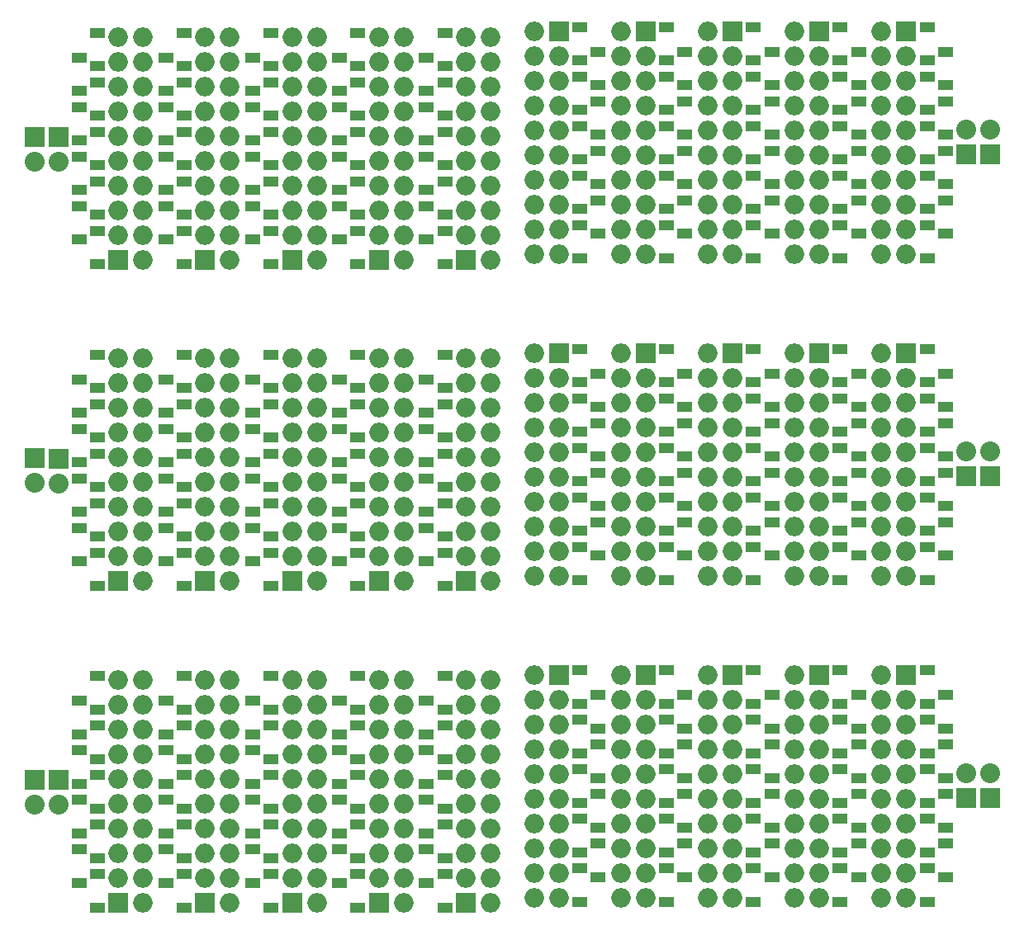
<source format=gts>
%MOIN*%
%OFA0B0*%
%FSLAX46Y46*%
%IPPOS*%
%LPD*%
%ADD10C,0.0019685039370078744*%
%ADD11O,0.07874015748031496X0.07874015748031496*%
%ADD12R,0.07874015748031496X0.07874015748031496*%
%ADD13O,0.08X0.08*%
%ADD14R,0.08X0.08*%
%ADD15R,0.062992125984251982X0.03937007874015748*%
%ADD26C,0.0019685039370078744*%
%ADD27O,0.07874015748031496X0.07874015748031496*%
%ADD28R,0.07874015748031496X0.07874015748031496*%
%ADD29O,0.08X0.08*%
%ADD30R,0.08X0.08*%
%ADD31R,0.062992125984251982X0.03937007874015748*%
%ADD42C,0.0019685039370078744*%
%ADD43O,0.07874015748031496X0.07874015748031496*%
%ADD44R,0.07874015748031496X0.07874015748031496*%
%ADD45O,0.08X0.08*%
%ADD46R,0.08X0.08*%
%ADD47R,0.062992125984251982X0.03937007874015748*%
%ADD58C,0.0019685039370078744*%
%ADD59O,0.07874015748031496X0.07874015748031496*%
%ADD60R,0.07874015748031496X0.07874015748031496*%
%ADD61O,0.08X0.08*%
%ADD62R,0.08X0.08*%
%ADD63R,0.062992125984251982X0.03937007874015748*%
%ADD74C,0.0019685039370078744*%
%ADD75O,0.07874015748031496X0.07874015748031496*%
%ADD76R,0.07874015748031496X0.07874015748031496*%
%ADD77O,0.08X0.08*%
%ADD78R,0.08X0.08*%
%ADD79R,0.062992125984251982X0.03937007874015748*%
%ADD90C,0.0019685039370078744*%
%ADD91O,0.07874015748031496X0.07874015748031496*%
%ADD92R,0.07874015748031496X0.07874015748031496*%
%ADD93O,0.08X0.08*%
%ADD94R,0.08X0.08*%
%ADD95R,0.062992125984251982X0.03937007874015748*%
%LPD*%
G01*
D10*
D11*
X0003937007Y0002125984D02*
X0002056861Y0001568435D03*
X0002156861Y0001568435D03*
X0002056861Y0001668435D03*
X0002156861Y0001668435D03*
X0002056861Y0001768435D03*
X0002156861Y0001768435D03*
X0002056861Y0001868435D03*
X0002156861Y0001868435D03*
X0002056861Y0001968435D03*
X0002156861Y0001968435D03*
X0002056861Y0002068435D03*
X0002156861Y0002068435D03*
X0002056861Y0002168435D03*
X0002156861Y0002168435D03*
X0002056861Y0002268435D03*
X0002156861Y0002268435D03*
X0002056861Y0002368435D03*
X0002156861Y0002368435D03*
X0002056861Y0002468435D03*
D12*
X0002156861Y0002468435D03*
D13*
X0003897637Y0002071689D03*
D14*
X0003897637Y0001971690D03*
X0003799816Y0001972083D03*
D13*
X0003799816Y0002072083D03*
D11*
X0002407255Y0001568435D03*
X0002507255Y0001568435D03*
X0002407255Y0001668435D03*
X0002507255Y0001668435D03*
X0002407255Y0001768435D03*
X0002507255Y0001768435D03*
X0002407255Y0001868435D03*
X0002507255Y0001868435D03*
X0002407255Y0001968435D03*
X0002507255Y0001968435D03*
X0002407255Y0002068435D03*
X0002507255Y0002068435D03*
X0002407255Y0002168435D03*
X0002507255Y0002168435D03*
X0002407255Y0002268435D03*
X0002507255Y0002268435D03*
X0002407255Y0002368435D03*
X0002507255Y0002368435D03*
X0002407255Y0002468435D03*
D12*
X0002507255Y0002468435D03*
D11*
X0002757649Y0001568435D03*
X0002857649Y0001568435D03*
X0002757649Y0001668435D03*
X0002857649Y0001668435D03*
X0002757649Y0001768435D03*
X0002857649Y0001768435D03*
X0002757649Y0001868435D03*
X0002857649Y0001868435D03*
X0002757649Y0001968435D03*
X0002857649Y0001968435D03*
X0002757649Y0002068435D03*
X0002857649Y0002068435D03*
X0002757649Y0002168435D03*
X0002857649Y0002168435D03*
X0002757649Y0002268435D03*
X0002857649Y0002268435D03*
X0002757649Y0002368435D03*
X0002857649Y0002368435D03*
X0002757649Y0002468435D03*
D12*
X0002857649Y0002468435D03*
D11*
X0003108041Y0001568435D03*
X0003208042Y0001568435D03*
X0003108041Y0001668435D03*
X0003208042Y0001668435D03*
X0003108041Y0001768435D03*
X0003208042Y0001768435D03*
X0003108041Y0001868435D03*
X0003208042Y0001868435D03*
X0003108041Y0001968435D03*
X0003208042Y0001968435D03*
X0003108041Y0002068435D03*
X0003208042Y0002068435D03*
X0003108041Y0002168435D03*
X0003208042Y0002168435D03*
X0003108041Y0002268435D03*
X0003208042Y0002268435D03*
X0003108041Y0002368435D03*
X0003208042Y0002368435D03*
X0003108041Y0002468435D03*
D12*
X0003208042Y0002468435D03*
D15*
X0002240995Y0001952450D03*
X0002240995Y0002086309D03*
X0002591389Y0001952450D03*
X0002591389Y0002086309D03*
X0002941782Y0001952450D03*
X0002941782Y0002086309D03*
X0003292176Y0001952450D03*
X0003292176Y0002086309D03*
X0002315247Y0002186309D03*
X0002315247Y0002052450D03*
X0002665641Y0002186309D03*
X0002665641Y0002052450D03*
X0003016034Y0002186309D03*
X0003016034Y0002052450D03*
X0003366428Y0002186309D03*
X0003366428Y0002052450D03*
X0002315247Y0001786309D03*
X0002315247Y0001652450D03*
X0002665641Y0001786309D03*
X0002665641Y0001652450D03*
X0003016034Y0001786309D03*
X0003016034Y0001652450D03*
X0003366428Y0001786309D03*
X0003366428Y0001652450D03*
X0002240995Y0001552450D03*
X0002240995Y0001686309D03*
X0002591389Y0001552450D03*
X0002591389Y0001686309D03*
X0002941782Y0001552450D03*
X0002941782Y0001686309D03*
X0003292176Y0001552450D03*
X0003292176Y0001686309D03*
X0002315247Y0001852450D03*
X0002315247Y0001986309D03*
X0002665641Y0001852450D03*
X0002665641Y0001986309D03*
X0003016034Y0001852450D03*
X0003016034Y0001986309D03*
X0003366428Y0001852450D03*
X0003366428Y0001986309D03*
X0002240995Y0002286309D03*
X0002240995Y0002152450D03*
X0002591389Y0002286309D03*
X0002591389Y0002152450D03*
X0002941782Y0002286309D03*
X0002941782Y0002152450D03*
X0003292176Y0002286309D03*
X0003292176Y0002152450D03*
X0002240995Y0001886309D03*
X0002240995Y0001752450D03*
X0002591389Y0001886309D03*
X0002591389Y0001752450D03*
X0002941782Y0001886309D03*
X0002941782Y0001752450D03*
X0003292176Y0001886309D03*
X0003292176Y0001752450D03*
X0002315247Y0002252450D03*
X0002315247Y0002386309D03*
X0002665641Y0002252450D03*
X0002665641Y0002386309D03*
X0003016034Y0002252450D03*
X0003016034Y0002386309D03*
X0003366428Y0002252450D03*
X0003366428Y0002386309D03*
X0002240995Y0002352450D03*
X0002240995Y0002486309D03*
X0002591389Y0002352450D03*
X0002591389Y0002486309D03*
X0002941782Y0002352450D03*
X0002941782Y0002486309D03*
X0003292176Y0002352450D03*
X0003292176Y0002486309D03*
D12*
X0003558436Y0002468435D03*
D11*
X0003458436Y0002468435D03*
X0003558436Y0002368435D03*
X0003458436Y0002368435D03*
X0003558436Y0002268435D03*
X0003458436Y0002268435D03*
X0003558436Y0002168435D03*
X0003458436Y0002168435D03*
X0003558436Y0002068435D03*
X0003458436Y0002068435D03*
X0003558436Y0001968435D03*
X0003458436Y0001968435D03*
X0003558436Y0001868435D03*
X0003458436Y0001868435D03*
X0003558436Y0001768435D03*
X0003458436Y0001768435D03*
X0003558436Y0001668435D03*
X0003458436Y0001668435D03*
X0003558436Y0001568435D03*
X0003458436Y0001568435D03*
D15*
X0003642570Y0002086309D03*
X0003642570Y0001952450D03*
X0003642570Y0002152450D03*
X0003642570Y0002286309D03*
X0003716822Y0001986309D03*
X0003716822Y0001852450D03*
X0003642570Y0001752450D03*
X0003642570Y0001886309D03*
X0003716822Y0001652450D03*
X0003716822Y0001786309D03*
X0003642570Y0001686309D03*
X0003642570Y0001552450D03*
X0003716822Y0002386309D03*
X0003716822Y0002252450D03*
X0003716822Y0002052450D03*
X0003716822Y0002186309D03*
X0003642570Y0002486309D03*
X0003642570Y0002352450D03*
G01*
D26*
D27*
X0003937007Y0003425196D02*
X0002056861Y0002867647D03*
X0002156861Y0002867647D03*
X0002056861Y0002967647D03*
X0002156861Y0002967647D03*
X0002056861Y0003067647D03*
X0002156861Y0003067647D03*
X0002056861Y0003167647D03*
X0002156861Y0003167647D03*
X0002056861Y0003267646D03*
X0002156861Y0003267646D03*
X0002056861Y0003367647D03*
X0002156861Y0003367647D03*
X0002056861Y0003467647D03*
X0002156861Y0003467647D03*
X0002056861Y0003567647D03*
X0002156861Y0003567647D03*
X0002056861Y0003667646D03*
X0002156861Y0003667646D03*
X0002056861Y0003767647D03*
D28*
X0002156861Y0003767647D03*
D29*
X0003897637Y0003370901D03*
D30*
X0003897637Y0003270902D03*
X0003799816Y0003271296D03*
D29*
X0003799816Y0003371296D03*
D27*
X0002407255Y0002867647D03*
X0002507255Y0002867647D03*
X0002407255Y0002967647D03*
X0002507255Y0002967647D03*
X0002407255Y0003067647D03*
X0002507255Y0003067647D03*
X0002407255Y0003167647D03*
X0002507255Y0003167647D03*
X0002407255Y0003267646D03*
X0002507255Y0003267646D03*
X0002407255Y0003367647D03*
X0002507255Y0003367647D03*
X0002407255Y0003467647D03*
X0002507255Y0003467647D03*
X0002407255Y0003567647D03*
X0002507255Y0003567647D03*
X0002407255Y0003667646D03*
X0002507255Y0003667646D03*
X0002407255Y0003767647D03*
D28*
X0002507255Y0003767647D03*
D27*
X0002757649Y0002867647D03*
X0002857649Y0002867647D03*
X0002757649Y0002967647D03*
X0002857649Y0002967647D03*
X0002757649Y0003067647D03*
X0002857649Y0003067647D03*
X0002757649Y0003167647D03*
X0002857649Y0003167647D03*
X0002757649Y0003267646D03*
X0002857649Y0003267646D03*
X0002757649Y0003367647D03*
X0002857649Y0003367647D03*
X0002757649Y0003467647D03*
X0002857649Y0003467647D03*
X0002757649Y0003567647D03*
X0002857649Y0003567647D03*
X0002757649Y0003667646D03*
X0002857649Y0003667646D03*
X0002757649Y0003767647D03*
D28*
X0002857649Y0003767647D03*
D27*
X0003108041Y0002867647D03*
X0003208042Y0002867647D03*
X0003108041Y0002967647D03*
X0003208042Y0002967647D03*
X0003108041Y0003067647D03*
X0003208042Y0003067647D03*
X0003108041Y0003167647D03*
X0003208042Y0003167647D03*
X0003108041Y0003267646D03*
X0003208042Y0003267646D03*
X0003108041Y0003367647D03*
X0003208042Y0003367647D03*
X0003108041Y0003467647D03*
X0003208042Y0003467647D03*
X0003108041Y0003567647D03*
X0003208042Y0003567647D03*
X0003108041Y0003667646D03*
X0003208042Y0003667646D03*
X0003108041Y0003767647D03*
D28*
X0003208042Y0003767647D03*
D31*
X0002240995Y0003251663D03*
X0002240995Y0003385521D03*
X0002591389Y0003251663D03*
X0002591389Y0003385521D03*
X0002941782Y0003251663D03*
X0002941782Y0003385521D03*
X0003292176Y0003251663D03*
X0003292176Y0003385521D03*
X0002315247Y0003485521D03*
X0002315247Y0003351662D03*
X0002665641Y0003485521D03*
X0002665641Y0003351662D03*
X0003016034Y0003485521D03*
X0003016034Y0003351662D03*
X0003366428Y0003485521D03*
X0003366428Y0003351662D03*
X0002315247Y0003085521D03*
X0002315247Y0002951662D03*
X0002665641Y0003085521D03*
X0002665641Y0002951662D03*
X0003016034Y0003085521D03*
X0003016034Y0002951662D03*
X0003366428Y0003085521D03*
X0003366428Y0002951662D03*
X0002240995Y0002851663D03*
X0002240995Y0002985521D03*
X0002591389Y0002851663D03*
X0002591389Y0002985521D03*
X0002941782Y0002851663D03*
X0002941782Y0002985521D03*
X0003292176Y0002851663D03*
X0003292176Y0002985521D03*
X0002315247Y0003151663D03*
X0002315247Y0003285521D03*
X0002665641Y0003151663D03*
X0002665641Y0003285521D03*
X0003016034Y0003151663D03*
X0003016034Y0003285521D03*
X0003366428Y0003151663D03*
X0003366428Y0003285521D03*
X0002240995Y0003585520D03*
X0002240995Y0003451663D03*
X0002591389Y0003585520D03*
X0002591389Y0003451663D03*
X0002941782Y0003585520D03*
X0002941782Y0003451663D03*
X0003292176Y0003585520D03*
X0003292176Y0003451663D03*
X0002240995Y0003185520D03*
X0002240995Y0003051663D03*
X0002591389Y0003185520D03*
X0002591389Y0003051663D03*
X0002941782Y0003185520D03*
X0002941782Y0003051663D03*
X0003292176Y0003185520D03*
X0003292176Y0003051663D03*
X0002315247Y0003551663D03*
X0002315247Y0003685521D03*
X0002665641Y0003551663D03*
X0002665641Y0003685521D03*
X0003016034Y0003551663D03*
X0003016034Y0003685521D03*
X0003366428Y0003551663D03*
X0003366428Y0003685521D03*
X0002240995Y0003651663D03*
X0002240995Y0003785521D03*
X0002591389Y0003651663D03*
X0002591389Y0003785521D03*
X0002941782Y0003651663D03*
X0002941782Y0003785521D03*
X0003292176Y0003651663D03*
X0003292176Y0003785521D03*
D28*
X0003558436Y0003767647D03*
D27*
X0003458436Y0003767647D03*
X0003558436Y0003667646D03*
X0003458436Y0003667646D03*
X0003558436Y0003567647D03*
X0003458436Y0003567647D03*
X0003558436Y0003467647D03*
X0003458436Y0003467647D03*
X0003558436Y0003367647D03*
X0003458436Y0003367647D03*
X0003558436Y0003267646D03*
X0003458436Y0003267646D03*
X0003558436Y0003167647D03*
X0003458436Y0003167647D03*
X0003558436Y0003067647D03*
X0003458436Y0003067647D03*
X0003558436Y0002967647D03*
X0003458436Y0002967647D03*
X0003558436Y0002867647D03*
X0003458436Y0002867647D03*
D31*
X0003642570Y0003385521D03*
X0003642570Y0003251663D03*
X0003642570Y0003451663D03*
X0003642570Y0003585520D03*
X0003716822Y0003285521D03*
X0003716822Y0003151663D03*
X0003642570Y0003051663D03*
X0003642570Y0003185520D03*
X0003716822Y0002951662D03*
X0003716822Y0003085521D03*
X0003642570Y0002985521D03*
X0003642570Y0002851663D03*
X0003716822Y0003685521D03*
X0003716822Y0003551663D03*
X0003716822Y0003351662D03*
X0003716822Y0003485521D03*
X0003642570Y0003785521D03*
X0003642570Y0003651663D03*
G04 next file*
%LPD*%
G01*
D42*
D43*
X0000000000Y0000590551D02*
X0001880146Y0001148100D03*
X0001780146Y0001148100D03*
X0001880146Y0001048100D03*
X0001780146Y0001048100D03*
X0001880146Y0000948100D03*
X0001780146Y0000948100D03*
X0001880146Y0000848100D03*
X0001780146Y0000848100D03*
X0001880146Y0000748100D03*
X0001780146Y0000748100D03*
X0001880146Y0000648100D03*
X0001780146Y0000648100D03*
X0001880146Y0000548100D03*
X0001780146Y0000548100D03*
X0001880146Y0000448100D03*
X0001780146Y0000448100D03*
X0001880146Y0000348100D03*
X0001780146Y0000348100D03*
X0001880146Y0000248100D03*
D44*
X0001780146Y0000248100D03*
D45*
X0000039370Y0000644845D03*
D46*
X0000039370Y0000744845D03*
X0000137191Y0000744451D03*
D45*
X0000137191Y0000644451D03*
D43*
X0001529752Y0001148100D03*
X0001429752Y0001148100D03*
X0001529752Y0001048100D03*
X0001429752Y0001048100D03*
X0001529752Y0000948100D03*
X0001429752Y0000948100D03*
X0001529752Y0000848100D03*
X0001429752Y0000848100D03*
X0001529752Y0000748100D03*
X0001429752Y0000748100D03*
X0001529752Y0000648100D03*
X0001429752Y0000648100D03*
X0001529752Y0000548100D03*
X0001429752Y0000548100D03*
X0001529752Y0000448100D03*
X0001429752Y0000448100D03*
X0001529752Y0000348100D03*
X0001429752Y0000348100D03*
X0001529752Y0000248100D03*
D44*
X0001429752Y0000248100D03*
D43*
X0001179358Y0001148100D03*
X0001079358Y0001148100D03*
X0001179358Y0001048100D03*
X0001079358Y0001048100D03*
X0001179358Y0000948100D03*
X0001079358Y0000948100D03*
X0001179358Y0000848100D03*
X0001079358Y0000848100D03*
X0001179358Y0000748100D03*
X0001079358Y0000748100D03*
X0001179358Y0000648100D03*
X0001079358Y0000648100D03*
X0001179358Y0000548100D03*
X0001079358Y0000548100D03*
X0001179358Y0000448100D03*
X0001079358Y0000448100D03*
X0001179358Y0000348100D03*
X0001079358Y0000348100D03*
X0001179358Y0000248100D03*
D44*
X0001079358Y0000248100D03*
D43*
X0000828965Y0001148100D03*
X0000728965Y0001148100D03*
X0000828965Y0001048100D03*
X0000728965Y0001048100D03*
X0000828965Y0000948100D03*
X0000728965Y0000948100D03*
X0000828965Y0000848100D03*
X0000728965Y0000848100D03*
X0000828965Y0000748100D03*
X0000728965Y0000748100D03*
X0000828965Y0000648100D03*
X0000728965Y0000648100D03*
X0000828965Y0000548100D03*
X0000728965Y0000548100D03*
X0000828965Y0000448100D03*
X0000728965Y0000448100D03*
X0000828965Y0000348100D03*
X0000728965Y0000348100D03*
X0000828965Y0000248100D03*
D44*
X0000728965Y0000248100D03*
D47*
X0001696012Y0000764084D03*
X0001696012Y0000630226D03*
X0001345618Y0000764084D03*
X0001345618Y0000630226D03*
X0000995224Y0000764084D03*
X0000995224Y0000630226D03*
X0000644831Y0000764084D03*
X0000644831Y0000630226D03*
X0001621760Y0000530226D03*
X0001621760Y0000664083D03*
X0001271366Y0000530226D03*
X0001271366Y0000664083D03*
X0000920972Y0000530226D03*
X0000920972Y0000664083D03*
X0000570579Y0000530226D03*
X0000570579Y0000664083D03*
X0001621760Y0000930225D03*
X0001621760Y0001064084D03*
X0001271366Y0000930225D03*
X0001271366Y0001064084D03*
X0000920972Y0000930225D03*
X0000920972Y0001064084D03*
X0000570579Y0000930225D03*
X0000570579Y0001064084D03*
X0001696012Y0001164084D03*
X0001696012Y0001030226D03*
X0001345618Y0001164084D03*
X0001345618Y0001030226D03*
X0000995224Y0001164084D03*
X0000995224Y0001030226D03*
X0000644831Y0001164084D03*
X0000644831Y0001030226D03*
X0001621760Y0000864084D03*
X0001621760Y0000730225D03*
X0001271366Y0000864084D03*
X0001271366Y0000730225D03*
X0000920972Y0000864084D03*
X0000920972Y0000730225D03*
X0000570579Y0000864084D03*
X0000570579Y0000730225D03*
X0001696012Y0000430226D03*
X0001696012Y0000564084D03*
X0001345618Y0000430226D03*
X0001345618Y0000564084D03*
X0000995224Y0000430226D03*
X0000995224Y0000564084D03*
X0000644831Y0000430226D03*
X0000644831Y0000564084D03*
X0001696012Y0000830225D03*
X0001696012Y0000964084D03*
X0001345618Y0000830225D03*
X0001345618Y0000964084D03*
X0000995224Y0000830225D03*
X0000995224Y0000964084D03*
X0000644831Y0000830225D03*
X0000644831Y0000964084D03*
X0001621760Y0000464084D03*
X0001621760Y0000330226D03*
X0001271366Y0000464084D03*
X0001271366Y0000330226D03*
X0000920972Y0000464084D03*
X0000920972Y0000330226D03*
X0000570579Y0000464084D03*
X0000570579Y0000330226D03*
X0001696012Y0000364084D03*
X0001696012Y0000230226D03*
X0001345618Y0000364084D03*
X0001345618Y0000230226D03*
X0000995224Y0000364084D03*
X0000995224Y0000230226D03*
X0000644831Y0000364084D03*
X0000644831Y0000230226D03*
D44*
X0000378571Y0000248100D03*
D43*
X0000478571Y0000248100D03*
X0000378571Y0000348100D03*
X0000478571Y0000348100D03*
X0000378571Y0000448100D03*
X0000478571Y0000448100D03*
X0000378571Y0000548100D03*
X0000478571Y0000548100D03*
X0000378571Y0000648100D03*
X0000478571Y0000648100D03*
X0000378571Y0000748100D03*
X0000478571Y0000748100D03*
X0000378571Y0000848100D03*
X0000478571Y0000848100D03*
X0000378571Y0000948100D03*
X0000478571Y0000948100D03*
X0000378571Y0001048100D03*
X0000478571Y0001048100D03*
X0000378571Y0001148100D03*
X0000478571Y0001148100D03*
D47*
X0000294437Y0000630226D03*
X0000294437Y0000764084D03*
X0000294437Y0000564084D03*
X0000294437Y0000430226D03*
X0000220185Y0000730225D03*
X0000220185Y0000864084D03*
X0000294437Y0000964084D03*
X0000294437Y0000830225D03*
X0000220185Y0001064084D03*
X0000220185Y0000930225D03*
X0000294437Y0001030226D03*
X0000294437Y0001164084D03*
X0000220185Y0000330226D03*
X0000220185Y0000464084D03*
X0000220185Y0000664083D03*
X0000220185Y0000530226D03*
X0000294437Y0000230226D03*
X0000294437Y0000364084D03*
G01*
D58*
D59*
X0003937007Y0000826771D02*
X0002056861Y0000269222D03*
X0002156861Y0000269222D03*
X0002056861Y0000369222D03*
X0002156861Y0000369222D03*
X0002056861Y0000469222D03*
X0002156861Y0000469222D03*
X0002056861Y0000569222D03*
X0002156861Y0000569222D03*
X0002056861Y0000669222D03*
X0002156861Y0000669222D03*
X0002056861Y0000769222D03*
X0002156861Y0000769222D03*
X0002056861Y0000869222D03*
X0002156861Y0000869222D03*
X0002056861Y0000969222D03*
X0002156861Y0000969222D03*
X0002056861Y0001069222D03*
X0002156861Y0001069222D03*
X0002056861Y0001169222D03*
D60*
X0002156861Y0001169222D03*
D61*
X0003897637Y0000772477D03*
D62*
X0003897637Y0000672477D03*
X0003799816Y0000672871D03*
D61*
X0003799816Y0000772870D03*
D59*
X0002407255Y0000269222D03*
X0002507255Y0000269222D03*
X0002407255Y0000369222D03*
X0002507255Y0000369222D03*
X0002407255Y0000469222D03*
X0002507255Y0000469222D03*
X0002407255Y0000569222D03*
X0002507255Y0000569222D03*
X0002407255Y0000669222D03*
X0002507255Y0000669222D03*
X0002407255Y0000769222D03*
X0002507255Y0000769222D03*
X0002407255Y0000869222D03*
X0002507255Y0000869222D03*
X0002407255Y0000969222D03*
X0002507255Y0000969222D03*
X0002407255Y0001069222D03*
X0002507255Y0001069222D03*
X0002407255Y0001169222D03*
D60*
X0002507255Y0001169222D03*
D59*
X0002757649Y0000269222D03*
X0002857649Y0000269222D03*
X0002757649Y0000369222D03*
X0002857649Y0000369222D03*
X0002757649Y0000469222D03*
X0002857649Y0000469222D03*
X0002757649Y0000569222D03*
X0002857649Y0000569222D03*
X0002757649Y0000669222D03*
X0002857649Y0000669222D03*
X0002757649Y0000769222D03*
X0002857649Y0000769222D03*
X0002757649Y0000869222D03*
X0002857649Y0000869222D03*
X0002757649Y0000969222D03*
X0002857649Y0000969222D03*
X0002757649Y0001069222D03*
X0002857649Y0001069222D03*
X0002757649Y0001169222D03*
D60*
X0002857649Y0001169222D03*
D59*
X0003108041Y0000269222D03*
X0003208042Y0000269222D03*
X0003108041Y0000369222D03*
X0003208042Y0000369222D03*
X0003108041Y0000469222D03*
X0003208042Y0000469222D03*
X0003108041Y0000569222D03*
X0003208042Y0000569222D03*
X0003108041Y0000669222D03*
X0003208042Y0000669222D03*
X0003108041Y0000769222D03*
X0003208042Y0000769222D03*
X0003108041Y0000869222D03*
X0003208042Y0000869222D03*
X0003108041Y0000969222D03*
X0003208042Y0000969222D03*
X0003108041Y0001069222D03*
X0003208042Y0001069222D03*
X0003108041Y0001169222D03*
D60*
X0003208042Y0001169222D03*
D63*
X0002240995Y0000653237D03*
X0002240995Y0000787096D03*
X0002591389Y0000653237D03*
X0002591389Y0000787096D03*
X0002941782Y0000653237D03*
X0002941782Y0000787096D03*
X0003292176Y0000653237D03*
X0003292176Y0000787096D03*
X0002315247Y0000887095D03*
X0002315247Y0000753237D03*
X0002665641Y0000887095D03*
X0002665641Y0000753237D03*
X0003016034Y0000887095D03*
X0003016034Y0000753237D03*
X0003366428Y0000887095D03*
X0003366428Y0000753237D03*
X0002315247Y0000487096D03*
X0002315247Y0000353238D03*
X0002665641Y0000487096D03*
X0002665641Y0000353238D03*
X0003016034Y0000487096D03*
X0003016034Y0000353238D03*
X0003366428Y0000487096D03*
X0003366428Y0000353238D03*
X0002240995Y0000253238D03*
X0002240995Y0000387096D03*
X0002591389Y0000253238D03*
X0002591389Y0000387096D03*
X0002941782Y0000253238D03*
X0002941782Y0000387096D03*
X0003292176Y0000253238D03*
X0003292176Y0000387096D03*
X0002315247Y0000553238D03*
X0002315247Y0000687096D03*
X0002665641Y0000553238D03*
X0002665641Y0000687096D03*
X0003016034Y0000553238D03*
X0003016034Y0000687096D03*
X0003366428Y0000553238D03*
X0003366428Y0000687096D03*
X0002240995Y0000987095D03*
X0002240995Y0000853238D03*
X0002591389Y0000987095D03*
X0002591389Y0000853238D03*
X0002941782Y0000987095D03*
X0002941782Y0000853238D03*
X0003292176Y0000987095D03*
X0003292176Y0000853238D03*
X0002240995Y0000587096D03*
X0002240995Y0000453238D03*
X0002591389Y0000587096D03*
X0002591389Y0000453238D03*
X0002941782Y0000587096D03*
X0002941782Y0000453238D03*
X0003292176Y0000587096D03*
X0003292176Y0000453238D03*
X0002315247Y0000953238D03*
X0002315247Y0001087096D03*
X0002665641Y0000953238D03*
X0002665641Y0001087096D03*
X0003016034Y0000953238D03*
X0003016034Y0001087096D03*
X0003366428Y0000953238D03*
X0003366428Y0001087096D03*
X0002240995Y0001053238D03*
X0002240995Y0001187096D03*
X0002591389Y0001053238D03*
X0002591389Y0001187096D03*
X0002941782Y0001053238D03*
X0002941782Y0001187096D03*
X0003292176Y0001053238D03*
X0003292176Y0001187096D03*
D60*
X0003558436Y0001169222D03*
D59*
X0003458436Y0001169222D03*
X0003558436Y0001069222D03*
X0003458436Y0001069222D03*
X0003558436Y0000969222D03*
X0003458436Y0000969222D03*
X0003558436Y0000869222D03*
X0003458436Y0000869222D03*
X0003558436Y0000769222D03*
X0003458436Y0000769222D03*
X0003558436Y0000669222D03*
X0003458436Y0000669222D03*
X0003558436Y0000569222D03*
X0003458436Y0000569222D03*
X0003558436Y0000469222D03*
X0003458436Y0000469222D03*
X0003558436Y0000369222D03*
X0003458436Y0000369222D03*
X0003558436Y0000269222D03*
X0003458436Y0000269222D03*
D63*
X0003642570Y0000787096D03*
X0003642570Y0000653237D03*
X0003642570Y0000853238D03*
X0003642570Y0000987095D03*
X0003716822Y0000687096D03*
X0003716822Y0000553238D03*
X0003642570Y0000453238D03*
X0003642570Y0000587096D03*
X0003716822Y0000353238D03*
X0003716822Y0000487096D03*
X0003642570Y0000387096D03*
X0003642570Y0000253238D03*
X0003716822Y0001087096D03*
X0003716822Y0000953238D03*
X0003716822Y0000753237D03*
X0003716822Y0000887095D03*
X0003642570Y0001187096D03*
X0003642570Y0001053238D03*
G04 next file*
G01*
D74*
D75*
X0000000000Y0001889762D02*
X0001880146Y0002447312D03*
X0001780146Y0002447312D03*
X0001880146Y0002347312D03*
X0001780146Y0002347312D03*
X0001880146Y0002247312D03*
X0001780146Y0002247312D03*
X0001880146Y0002147312D03*
X0001780146Y0002147312D03*
X0001880146Y0002047311D03*
X0001780146Y0002047311D03*
X0001880146Y0001947312D03*
X0001780146Y0001947312D03*
X0001880146Y0001847312D03*
X0001780146Y0001847312D03*
X0001880146Y0001747311D03*
X0001780146Y0001747311D03*
X0001880146Y0001647312D03*
X0001780146Y0001647312D03*
X0001880146Y0001547311D03*
D76*
X0001780146Y0001547311D03*
D77*
X0000039370Y0001944057D03*
D78*
X0000039370Y0002044057D03*
X0000137191Y0002043664D03*
D77*
X0000137191Y0001943664D03*
D75*
X0001529752Y0002447312D03*
X0001429752Y0002447312D03*
X0001529752Y0002347312D03*
X0001429752Y0002347312D03*
X0001529752Y0002247312D03*
X0001429752Y0002247312D03*
X0001529752Y0002147312D03*
X0001429752Y0002147312D03*
X0001529752Y0002047311D03*
X0001429752Y0002047311D03*
X0001529752Y0001947312D03*
X0001429752Y0001947312D03*
X0001529752Y0001847312D03*
X0001429752Y0001847312D03*
X0001529752Y0001747311D03*
X0001429752Y0001747311D03*
X0001529752Y0001647312D03*
X0001429752Y0001647312D03*
X0001529752Y0001547311D03*
D76*
X0001429752Y0001547311D03*
D75*
X0001179358Y0002447312D03*
X0001079358Y0002447312D03*
X0001179358Y0002347312D03*
X0001079358Y0002347312D03*
X0001179358Y0002247312D03*
X0001079358Y0002247312D03*
X0001179358Y0002147312D03*
X0001079358Y0002147312D03*
X0001179358Y0002047311D03*
X0001079358Y0002047311D03*
X0001179358Y0001947312D03*
X0001079358Y0001947312D03*
X0001179358Y0001847312D03*
X0001079358Y0001847312D03*
X0001179358Y0001747311D03*
X0001079358Y0001747311D03*
X0001179358Y0001647312D03*
X0001079358Y0001647312D03*
X0001179358Y0001547311D03*
D76*
X0001079358Y0001547311D03*
D75*
X0000828965Y0002447312D03*
X0000728965Y0002447312D03*
X0000828965Y0002347312D03*
X0000728965Y0002347312D03*
X0000828965Y0002247312D03*
X0000728965Y0002247312D03*
X0000828965Y0002147312D03*
X0000728965Y0002147312D03*
X0000828965Y0002047311D03*
X0000728965Y0002047311D03*
X0000828965Y0001947312D03*
X0000728965Y0001947312D03*
X0000828965Y0001847312D03*
X0000728965Y0001847312D03*
X0000828965Y0001747311D03*
X0000728965Y0001747311D03*
X0000828965Y0001647312D03*
X0000728965Y0001647312D03*
X0000828965Y0001547311D03*
D76*
X0000728965Y0001547311D03*
D79*
X0001696012Y0002063297D03*
X0001696012Y0001929438D03*
X0001345618Y0002063297D03*
X0001345618Y0001929438D03*
X0000995224Y0002063297D03*
X0000995224Y0001929438D03*
X0000644831Y0002063297D03*
X0000644831Y0001929438D03*
X0001621760Y0001829438D03*
X0001621760Y0001963297D03*
X0001271366Y0001829438D03*
X0001271366Y0001963297D03*
X0000920972Y0001829438D03*
X0000920972Y0001963297D03*
X0000570579Y0001829438D03*
X0000570579Y0001963297D03*
X0001621760Y0002229438D03*
X0001621760Y0002363297D03*
X0001271366Y0002229438D03*
X0001271366Y0002363297D03*
X0000920972Y0002229438D03*
X0000920972Y0002363297D03*
X0000570579Y0002229438D03*
X0000570579Y0002363297D03*
X0001696012Y0002463297D03*
X0001696012Y0002329438D03*
X0001345618Y0002463297D03*
X0001345618Y0002329438D03*
X0000995224Y0002463297D03*
X0000995224Y0002329438D03*
X0000644831Y0002463297D03*
X0000644831Y0002329438D03*
X0001621760Y0002163297D03*
X0001621760Y0002029437D03*
X0001271366Y0002163297D03*
X0001271366Y0002029437D03*
X0000920972Y0002163297D03*
X0000920972Y0002029437D03*
X0000570579Y0002163297D03*
X0000570579Y0002029437D03*
X0001696012Y0001729438D03*
X0001696012Y0001863297D03*
X0001345618Y0001729438D03*
X0001345618Y0001863297D03*
X0000995224Y0001729438D03*
X0000995224Y0001863297D03*
X0000644831Y0001729438D03*
X0000644831Y0001863297D03*
X0001696012Y0002129438D03*
X0001696012Y0002263297D03*
X0001345618Y0002129438D03*
X0001345618Y0002263297D03*
X0000995224Y0002129438D03*
X0000995224Y0002263297D03*
X0000644831Y0002129438D03*
X0000644831Y0002263297D03*
X0001621760Y0001763297D03*
X0001621760Y0001629438D03*
X0001271366Y0001763297D03*
X0001271366Y0001629438D03*
X0000920972Y0001763297D03*
X0000920972Y0001629438D03*
X0000570579Y0001763297D03*
X0000570579Y0001629438D03*
X0001696012Y0001663296D03*
X0001696012Y0001529438D03*
X0001345618Y0001663296D03*
X0001345618Y0001529438D03*
X0000995224Y0001663296D03*
X0000995224Y0001529438D03*
X0000644831Y0001663296D03*
X0000644831Y0001529438D03*
D76*
X0000378571Y0001547311D03*
D75*
X0000478571Y0001547311D03*
X0000378571Y0001647312D03*
X0000478571Y0001647312D03*
X0000378571Y0001747311D03*
X0000478571Y0001747311D03*
X0000378571Y0001847312D03*
X0000478571Y0001847312D03*
X0000378571Y0001947312D03*
X0000478571Y0001947312D03*
X0000378571Y0002047311D03*
X0000478571Y0002047311D03*
X0000378571Y0002147312D03*
X0000478571Y0002147312D03*
X0000378571Y0002247312D03*
X0000478571Y0002247312D03*
X0000378571Y0002347312D03*
X0000478571Y0002347312D03*
X0000378571Y0002447312D03*
X0000478571Y0002447312D03*
D79*
X0000294437Y0001929438D03*
X0000294437Y0002063297D03*
X0000294437Y0001863297D03*
X0000294437Y0001729438D03*
X0000220185Y0002029437D03*
X0000220185Y0002163297D03*
X0000294437Y0002263297D03*
X0000294437Y0002129438D03*
X0000220185Y0002363297D03*
X0000220185Y0002229438D03*
X0000294437Y0002329438D03*
X0000294437Y0002463297D03*
X0000220185Y0001629438D03*
X0000220185Y0001763297D03*
X0000220185Y0001963297D03*
X0000220185Y0001829438D03*
X0000294437Y0001529438D03*
X0000294437Y0001663296D03*
G04 next file*
G04 #@! TF.GenerationSoftware,KiCad,Pcbnew,(2017-01-20 revision 550a1ea)-makepkg*
G04 #@! TF.CreationDate,2017-01-21T19:12:54+01:00*
G04 #@! TF.ProjectId,dekada,64656B6164612E6B696361645F706362,rev?*
G04 #@! TF.FileFunction,Soldermask,Top*
G04 #@! TF.FilePolarity,Negative*
G04 Gerber Fmt 4.6, Leading zero omitted, Abs format (unit mm)*
G04 Created by KiCad (PCBNEW (2017-01-20 revision 550a1ea)-makepkg) date 01/21/17 19:12:54*
G01*
G04 APERTURE LIST*
G04 APERTURE END LIST*
D90*
D91*
X0000000000Y0003188976D02*
X0001880146Y0003746525D03*
X0001780146Y0003746525D03*
X0001880146Y0003646525D03*
X0001780146Y0003646525D03*
X0001880146Y0003546525D03*
X0001780146Y0003546525D03*
X0001880146Y0003446525D03*
X0001780146Y0003446525D03*
X0001880146Y0003346525D03*
X0001780146Y0003346525D03*
X0001880146Y0003246525D03*
X0001780146Y0003246525D03*
X0001880146Y0003146525D03*
X0001780146Y0003146525D03*
X0001880146Y0003046525D03*
X0001780146Y0003046525D03*
X0001880146Y0002946524D03*
X0001780146Y0002946524D03*
X0001880146Y0002846525D03*
D92*
X0001780146Y0002846525D03*
D93*
X0000039370Y0003243269D03*
D94*
X0000039370Y0003343270D03*
X0000137191Y0003342876D03*
D93*
X0000137191Y0003242876D03*
D91*
X0001529752Y0003746525D03*
X0001429752Y0003746525D03*
X0001529752Y0003646525D03*
X0001429752Y0003646525D03*
X0001529752Y0003546525D03*
X0001429752Y0003546525D03*
X0001529752Y0003446525D03*
X0001429752Y0003446525D03*
X0001529752Y0003346525D03*
X0001429752Y0003346525D03*
X0001529752Y0003246525D03*
X0001429752Y0003246525D03*
X0001529752Y0003146525D03*
X0001429752Y0003146525D03*
X0001529752Y0003046525D03*
X0001429752Y0003046525D03*
X0001529752Y0002946524D03*
X0001429752Y0002946524D03*
X0001529752Y0002846525D03*
D92*
X0001429752Y0002846525D03*
D91*
X0001179358Y0003746525D03*
X0001079358Y0003746525D03*
X0001179358Y0003646525D03*
X0001079358Y0003646525D03*
X0001179358Y0003546525D03*
X0001079358Y0003546525D03*
X0001179358Y0003446525D03*
X0001079358Y0003446525D03*
X0001179358Y0003346525D03*
X0001079358Y0003346525D03*
X0001179358Y0003246525D03*
X0001079358Y0003246525D03*
X0001179358Y0003146525D03*
X0001079358Y0003146525D03*
X0001179358Y0003046525D03*
X0001079358Y0003046525D03*
X0001179358Y0002946524D03*
X0001079358Y0002946524D03*
X0001179358Y0002846525D03*
D92*
X0001079358Y0002846525D03*
D91*
X0000828965Y0003746525D03*
X0000728965Y0003746525D03*
X0000828965Y0003646525D03*
X0000728965Y0003646525D03*
X0000828965Y0003546525D03*
X0000728965Y0003546525D03*
X0000828965Y0003446525D03*
X0000728965Y0003446525D03*
X0000828965Y0003346525D03*
X0000728965Y0003346525D03*
X0000828965Y0003246525D03*
X0000728965Y0003246525D03*
X0000828965Y0003146525D03*
X0000728965Y0003146525D03*
X0000828965Y0003046525D03*
X0000728965Y0003046525D03*
X0000828965Y0002946524D03*
X0000728965Y0002946524D03*
X0000828965Y0002846525D03*
D92*
X0000728965Y0002846525D03*
D95*
X0001696012Y0003362509D03*
X0001696012Y0003228651D03*
X0001345618Y0003362509D03*
X0001345618Y0003228651D03*
X0000995224Y0003362509D03*
X0000995224Y0003228651D03*
X0000644831Y0003362509D03*
X0000644831Y0003228651D03*
X0001621760Y0003128651D03*
X0001621760Y0003262509D03*
X0001271366Y0003128651D03*
X0001271366Y0003262509D03*
X0000920972Y0003128651D03*
X0000920972Y0003262509D03*
X0000570579Y0003128651D03*
X0000570579Y0003262509D03*
X0001621760Y0003528651D03*
X0001621760Y0003662508D03*
X0001271366Y0003528651D03*
X0001271366Y0003662508D03*
X0000920972Y0003528651D03*
X0000920972Y0003662508D03*
X0000570579Y0003528651D03*
X0000570579Y0003662508D03*
X0001696012Y0003762509D03*
X0001696012Y0003628651D03*
X0001345618Y0003762509D03*
X0001345618Y0003628651D03*
X0000995224Y0003762509D03*
X0000995224Y0003628651D03*
X0000644831Y0003762509D03*
X0000644831Y0003628651D03*
X0001621760Y0003462509D03*
X0001621760Y0003328651D03*
X0001271366Y0003462509D03*
X0001271366Y0003328651D03*
X0000920972Y0003462509D03*
X0000920972Y0003328651D03*
X0000570579Y0003462509D03*
X0000570579Y0003328651D03*
X0001696012Y0003028650D03*
X0001696012Y0003162509D03*
X0001345618Y0003028650D03*
X0001345618Y0003162509D03*
X0000995224Y0003028650D03*
X0000995224Y0003162509D03*
X0000644831Y0003028650D03*
X0000644831Y0003162509D03*
X0001696012Y0003428650D03*
X0001696012Y0003562509D03*
X0001345618Y0003428650D03*
X0001345618Y0003562509D03*
X0000995224Y0003428650D03*
X0000995224Y0003562509D03*
X0000644831Y0003428650D03*
X0000644831Y0003562509D03*
X0001621760Y0003062509D03*
X0001621760Y0002928651D03*
X0001271366Y0003062509D03*
X0001271366Y0002928651D03*
X0000920972Y0003062509D03*
X0000920972Y0002928651D03*
X0000570579Y0003062509D03*
X0000570579Y0002928651D03*
X0001696012Y0002962509D03*
X0001696012Y0002828651D03*
X0001345618Y0002962509D03*
X0001345618Y0002828651D03*
X0000995224Y0002962509D03*
X0000995224Y0002828651D03*
X0000644831Y0002962509D03*
X0000644831Y0002828651D03*
D92*
X0000378571Y0002846525D03*
D91*
X0000478571Y0002846525D03*
X0000378571Y0002946524D03*
X0000478571Y0002946524D03*
X0000378571Y0003046525D03*
X0000478571Y0003046525D03*
X0000378571Y0003146525D03*
X0000478571Y0003146525D03*
X0000378571Y0003246525D03*
X0000478571Y0003246525D03*
X0000378571Y0003346525D03*
X0000478571Y0003346525D03*
X0000378571Y0003446525D03*
X0000478571Y0003446525D03*
X0000378571Y0003546525D03*
X0000478571Y0003546525D03*
X0000378571Y0003646525D03*
X0000478571Y0003646525D03*
X0000378571Y0003746525D03*
X0000478571Y0003746525D03*
D95*
X0000294437Y0003228651D03*
X0000294437Y0003362509D03*
X0000294437Y0003162509D03*
X0000294437Y0003028650D03*
X0000220185Y0003328651D03*
X0000220185Y0003462509D03*
X0000294437Y0003562509D03*
X0000294437Y0003428650D03*
X0000220185Y0003662508D03*
X0000220185Y0003528651D03*
X0000294437Y0003628651D03*
X0000294437Y0003762509D03*
X0000220185Y0002928651D03*
X0000220185Y0003062509D03*
X0000220185Y0003262509D03*
X0000220185Y0003128651D03*
X0000294437Y0002828651D03*
X0000294437Y0002962509D03*
M02*
</source>
